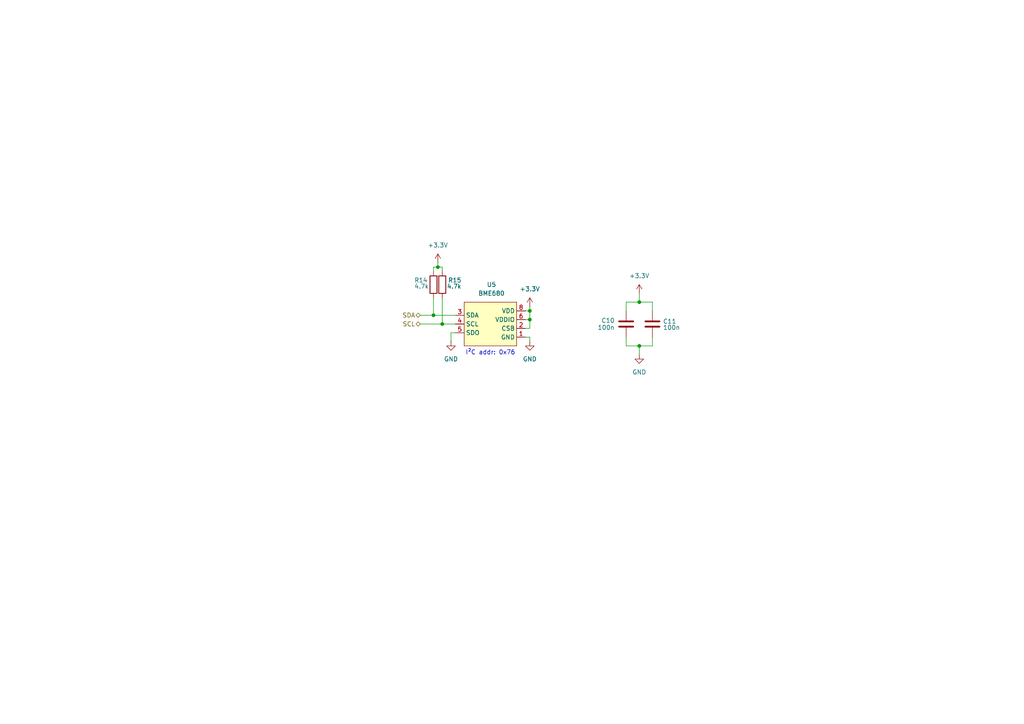
<source format=kicad_sch>
(kicad_sch (version 20250114) (generator "eeschema") (generator_version "9.0")
  (paper "A4")
  (title_block (title "ESP 32 weather ePaper display") (date "2025-02-26") (rev "V1"))
  (lib_symbols
    (symbol "0_local_lib:BME680"
      (property "Reference" "U" (at 0 8.89 0))
      (property "Value" "BME680" (at 0 -8.89 0))
      (symbol "BME680_0_1"
        (rectangle (start -7.62 6.35) (end 7.62 -6.35) (fill (type background)))
        (pin unspecified line (at -10.16 3.81 0) (length 2.54) (name "VDD") (number "8"))
        (pin unspecified line (at -10.16 1.27 0) (length 2.54) (name "VDDIO") (number "6"))
        (pin unspecified line (at -10.16 -1.27 0) (length 2.54) (name "CSB") (number "2"))
        (pin unspecified line (at -10.16 -3.81 0) (length 2.54) (name "GND") (number "1"))
        (pin unspecified line (at 10.16 -2.54 180) (length 2.54) (name "SDO") (number "5"))
      )
      (symbol "BME680_1_1"
        (pin unspecified line (at 10.16 2.54 180) (length 2.54) (name "SDA") (number "3"))
        (pin unspecified line (at 10.16 0 180) (length 2.54) (name "SCL") (number "4"))
      )
    )
    (symbol "Device:C" (pin_numbers (hide yes)) (pin_names (offset 0.254))
      (property "Reference" "C" (at 0.635 2.54 0))
      (property "Value" "C" (at 0.635 -2.54 0))
      (symbol "C_0_1"
        (polyline (pts (xy -2.032 0.762) (xy 2.032 0.762)) (stroke (width 0.508)))
        (polyline (pts (xy -2.032 -0.762) (xy 2.032 -0.762)) (stroke (width 0.508)))
      )
      (symbol "C_1_1"
        (pin passive line (at 0 3.81 270) (length 2.794) (name "~") (number "1"))
        (pin passive line (at 0 -3.81 90) (length 2.794) (name "~") (number "2"))
      )
    )
    (symbol "Device:R" (pin_numbers (hide yes)) (pin_names (offset 0))
      (property "Reference" "R" (at 2.032 0 90))
      (property "Value" "R" (at 0 0 90))
      (symbol "R_0_1"
        (rectangle (start -1.016 -2.54) (end 1.016 2.54) (stroke (width 0.254)))
      )
      (symbol "R_1_1"
        (pin passive line (at 0 3.81 270) (length 1.27) (name "~") (number "1"))
        (pin passive line (at 0 -3.81 90) (length 1.27) (name "~") (number "2"))
      )
    )
    (symbol "power:+3.3V" (power) (pin_numbers (hide yes)) (pin_names (offset 0) (hide yes))
      (property "Value" "+3.3V" (at 0 3.556 0))
      (symbol "+3.3V_0_1"
        (polyline (pts (xy -0.762 1.27) (xy 0 2.54)))
        (polyline (pts (xy 0 2.54) (xy 0.762 1.27)))
        (polyline (pts (xy 0 0) (xy 0 2.54)))
      )
      (symbol "+3.3V_1_1"
        (pin power_in line (at 0 0 90) (length 0) (name "~") (number "1"))
      )
    )
    (symbol "power:GND" (power) (pin_numbers (hide yes)) (pin_names (offset 0) (hide yes))
      (property "Value" "GND" (at 0 -3.81 0))
      (symbol "GND_0_1"
        (polyline (pts (xy 0 0) (xy 0 -1.27) (xy 1.27 -1.27) (xy 0 -2.54) (xy -1.27 -1.27) (xy 0 -1.27)))
      )
      (symbol "GND_1_1"
        (pin power_in line (at 0 0 270) (length 0) (name "~") (number "1"))
      )
    )
  )
  (text "I²C addr: 0x76" (at 142.24 102.362 0) (effects (font (size 1.27 1.27))))
  (junction (at 128.27 93.98))
  (junction (at 125.73 91.44))
  (junction (at 153.67 90.17))
  (junction (at 153.67 92.71))
  (junction (at 185.42 87.63))
  (junction (at 185.42 100.33))
  (junction (at 127 77.47))
  (wire (pts (xy 121.92 91.44) (xy 125.73 91.44)))
  (wire (pts (xy 185.42 100.33) (xy 189.23 100.33)))
  (wire (pts (xy 152.4 92.71) (xy 153.67 92.71)))
  (wire (pts (xy 128.27 77.47) (xy 128.27 78.74)))
  (wire (pts (xy 130.81 96.52) (xy 132.08 96.52)))
  (wire (pts (xy 128.27 93.98) (xy 132.08 93.98)))
  (wire (pts (xy 153.67 97.79) (xy 152.4 97.79)))
  (wire (pts (xy 185.42 85.09) (xy 185.42 87.63)))
  (wire (pts (xy 189.23 87.63) (xy 189.23 90.17)))
  (wire (pts (xy 127 76.2) (xy 127 77.47)))
  (wire (pts (xy 121.92 93.98) (xy 128.27 93.98)))
  (wire (pts (xy 181.61 97.79) (xy 181.61 100.33)))
  (wire (pts (xy 189.23 100.33) (xy 189.23 97.79)))
  (wire (pts (xy 128.27 86.36) (xy 128.27 93.98)))
  (wire (pts (xy 125.73 91.44) (xy 132.08 91.44)))
  (wire (pts (xy 181.61 87.63) (xy 185.42 87.63)))
  (wire (pts (xy 127 77.47) (xy 128.27 77.47)))
  (wire (pts (xy 153.67 88.9) (xy 153.67 90.17)))
  (wire (pts (xy 185.42 87.63) (xy 189.23 87.63)))
  (wire (pts (xy 153.67 92.71) (xy 153.67 95.25)))
  (wire (pts (xy 181.61 100.33) (xy 185.42 100.33)))
  (wire (pts (xy 153.67 97.79) (xy 153.67 99.06)))
  (wire (pts (xy 125.73 86.36) (xy 125.73 91.44)))
  (wire (pts (xy 153.67 95.25) (xy 152.4 95.25)))
  (wire (pts (xy 185.42 100.33) (xy 185.42 102.87)))
  (wire (pts (xy 125.73 78.74) (xy 125.73 77.47)))
  (wire (pts (xy 152.4 90.17) (xy 153.67 90.17)))
  (wire (pts (xy 181.61 90.17) (xy 181.61 87.63)))
  (wire (pts (xy 125.73 77.47) (xy 127 77.47)))
  (wire (pts (xy 130.81 99.06) (xy 130.81 96.52)))
  (wire (pts (xy 153.67 90.17) (xy 153.67 92.71)))
  (hierarchical_label "SCL" (shape bidirectional) (at 121.92 93.98 180))
  (hierarchical_label "SDA" (shape bidirectional) (at 121.92 91.44 180))
  (symbol (lib_id "power:GND") (at 153.67 99.06 0) (mirror y) (unit 1)
    (property "Reference" "#PWR037" (effects (hide yes)))
    (property "Value" "GND" (at 153.67 104.14 0))
    (property "Description" "Power symbol creates a global label with name \"GND\" , ground" (effects (hide yes)))
  )
  (symbol (lib_id "power:+3.3V") (at 127 76.2 0) (mirror y) (unit 1)
    (property "Reference" "#PWR041" (effects (hide yes)))
    (property "Value" "+3.3V" (at 127 71.12 0))
    (property "Description" "Power symbol creates a global label with name \"+3.3V\"" (effects (hide yes)))
  )
  (symbol (lib_id "power:GND") (at 185.42 102.87 0) (mirror y) (unit 1)
    (property "Reference" "#PWR051" (effects (hide yes)))
    (property "Value" "GND" (at 185.42 107.95 0))
    (property "Description" "Power symbol creates a global label with name \"GND\" , ground" (effects (hide yes)))
  )
  (symbol (lib_id "Device:R") (at 128.27 82.55 0) (unit 1)
    (property "Reference" "R15" (at 133.858 81.28 0) (effects (justify right)))
    (property "Value" "4.7k" (at 133.858 83.058 0) (effects (justify right)))
    (property "Footprint" "Resistor_SMD:R_0603_1608Metric" (effects (hide yes)))
    (property "Description" "Resistor" (effects (hide yes)))
    (property "LCSC Part" "C23162 " (effects (hide yes)))
  )
  (symbol (lib_id "0_local_lib:BME680") (at 142.24 93.98 0) (mirror y) (unit 1)
    (property "Reference" "U5" (at 142.5575 82.55 0))
    (property "Value" "BME680" (at 142.5575 85.09 0))
    (property "Footprint" "0_local_lib:LGA-8_L3.0-W3.0-P0.80-TR" (effects (hide yes)))
    (property "Datasheet" "https://lcsc.com/product-detail/Sensors_Bosch_BME680_BME680_C125972.html" (effects (hide yes)))
    (property "LCSC Part" "C125972" (effects (hide yes)))
  )
  (symbol (lib_id "Device:C") (at 181.61 93.98 180) (unit 1)
    (property "Reference" "C10" (at 178.308 92.964 0) (effects (justify left)))
    (property "Value" "100n" (at 178.308 94.996 0) (effects (justify left)))
    (property "Footprint" "Capacitor_SMD:C_0603_1608Metric" (effects (hide yes)))
    (property "Description" "Unpolarized capacitor" (effects (hide yes)))
    (property "LCSC Part" "C14663 " (effects (hide yes)))
  )
  (symbol (lib_id "power:+3.3V") (at 153.67 88.9 0) (mirror y) (unit 1)
    (property "Reference" "#PWR039" (effects (hide yes)))
    (property "Value" "+3.3V" (at 153.67 83.82 0))
    (property "Description" "Power symbol creates a global label with name \"+3.3V\"" (effects (hide yes)))
  )
  (symbol (lib_id "Device:R") (at 125.73 82.55 0) (mirror y) (unit 1)
    (property "Reference" "R14" (at 120.142 81.28 0) (effects (justify right)))
    (property "Value" "4.7k" (at 120.142 83.058 0) (effects (justify right)))
    (property "Footprint" "Resistor_SMD:R_0603_1608Metric" (effects (hide yes)))
    (property "Description" "Resistor" (effects (hide yes)))
    (property "LCSC Part" "C23162 " (effects (hide yes)))
  )
  (symbol (lib_id "Device:C") (at 189.23 93.98 180) (unit 1)
    (property "Reference" "C11" (at 192.278 93.218 0) (effects (justify right)))
    (property "Value" "100n" (at 192.278 94.996 0) (effects (justify right)))
    (property "Footprint" "Capacitor_SMD:C_0603_1608Metric" (effects (hide yes)))
    (property "Description" "Unpolarized capacitor" (effects (hide yes)))
    (property "LCSC Part" "C14663 " (effects (hide yes)))
  )
  (symbol (lib_id "power:GND") (at 130.81 99.06 0) (mirror y) (unit 1)
    (property "Reference" "#PWR040" (effects (hide yes)))
    (property "Value" "GND" (at 130.81 104.14 0))
    (property "Description" "Power symbol creates a global label with name \"GND\" , ground" (effects (hide yes)))
  )
  (symbol (lib_id "power:+3.3V") (at 185.42 85.09 0) (mirror y) (unit 1)
    (property "Reference" "#PWR052" (effects (hide yes)))
    (property "Value" "+3.3V" (at 185.42 80.01 0))
    (property "Description" "Power symbol creates a global label with name \"+3.3V\"" (effects (hide yes)))
  )
)
</source>
